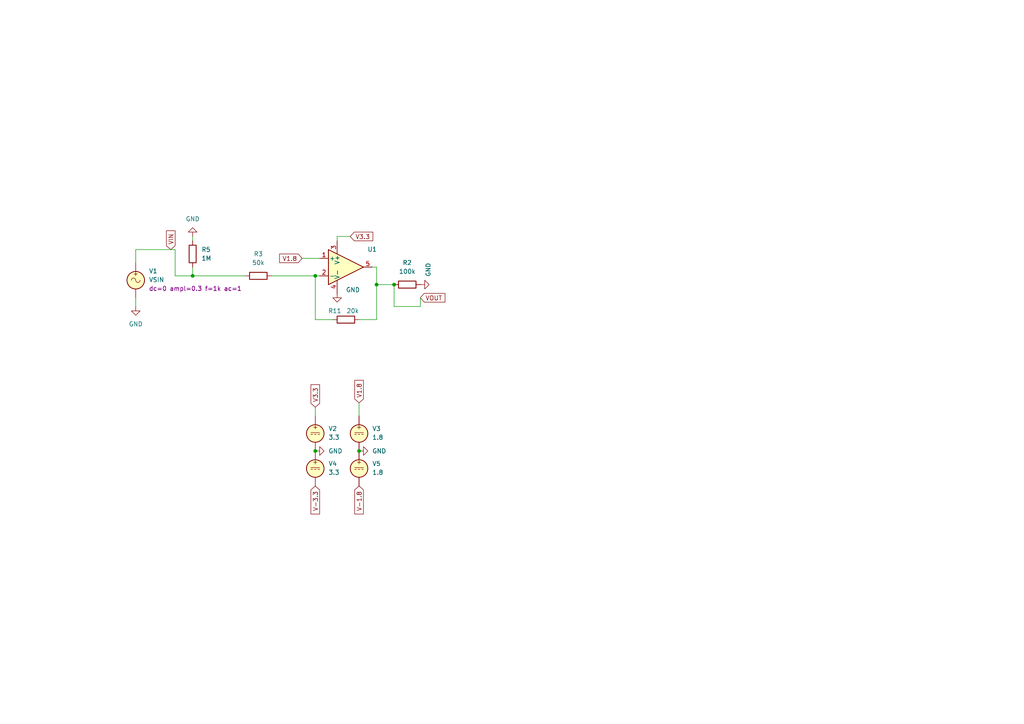
<source format=kicad_sch>
(kicad_sch (version 20250114) (generator "eeschema") (generator_version "9.0")
  (paper "A4")
  (lib_symbols
    (symbol "Device:R" (pin_numbers (hide yes)) (pin_names (offset 0))
      (property "Reference" "R" (at 2.032 0 90))
      (property "Value" "R" (at 0 0 90))
      (symbol "R_0_1"
        (rectangle (start -1.016 -2.54) (end 1.016 2.54) (stroke (width 0.254)))
      )
      (symbol "R_1_1"
        (pin passive line (at 0 3.81 270) (length 1.27) (name "~") (number "1"))
        (pin passive line (at 0 -3.81 90) (length 1.27) (name "~") (number "2"))
      )
    )
    (symbol "Simulation_SPICE:OPAMP" (pin_names (offset 0.254))
      (property "Reference" "U" (at 3.81 3.175 0))
      (property "Value" "${SIM.PARAMS}" (at 3.81 -3.175 0))
      (symbol "OPAMP_0_1"
        (polyline (pts (xy 5.08 0) (xy -5.08 5.08) (xy -5.08 -5.08) (xy 5.08 0)) (stroke (width 0.254)) (fill (type background)))
      )
      (symbol "OPAMP_1_1"
        (pin input line (at -7.62 2.54 0) (length 2.54) (name "+") (number "1"))
        (pin input line (at -7.62 -2.54 0) (length 2.54) (name "-") (number "2"))
        (pin power_in line (at -2.54 7.62 270) (length 3.81) (name "V+") (number "3"))
        (pin power_in line (at -2.54 -7.62 90) (length 3.81) (name "V-") (number "4"))
        (pin output line (at 7.62 0 180) (length 2.54) (name "~") (number "5"))
      )
    )
    (symbol "Simulation_SPICE:VDC" (pin_numbers (hide yes)) (pin_names (offset 0.0254))
      (property "Reference" "V" (at 2.54 2.54 0))
      (property "Value" "1" (at 2.54 0 0))
      (symbol "VDC_0_0"
        (polyline (pts (xy -1.27 0.254) (xy 1.27 0.254)))
        (polyline (pts (xy -0.762 -0.254) (xy -1.27 -0.254)))
        (polyline (pts (xy 0.254 -0.254) (xy -0.254 -0.254)))
        (polyline (pts (xy 1.27 -0.254) (xy 0.762 -0.254)))
        (text "+" (at 0 1.905 0) (effects (font (size 1.27 1.27))))
      )
      (symbol "VDC_0_1"
        (circle (center 0 0) (radius 2.54) (stroke (width 0.254)) (fill (type background)))
      )
      (symbol "VDC_1_1"
        (pin passive line (at 0 5.08 270) (length 2.54) (name "~") (number "1"))
        (pin passive line (at 0 -5.08 90) (length 2.54) (name "~") (number "2"))
      )
    )
    (symbol "Simulation_SPICE:VSIN" (pin_numbers (hide yes)) (pin_names (offset 0.0254))
      (property "Reference" "V" (at 2.54 2.54 0))
      (property "Value" "VSIN" (at 2.54 0 0))
      (property "Sim.Params" "dc=0 ampl=1 f=1k ac=1" (at 2.54 -2.54 0))
      (symbol "VSIN_0_0"
        (arc (start -1.27 0) (mid -0.635 0.6323) (end 0 0))
        (arc (start 1.27 0) (mid 0.635 -0.6323) (end 0 0))
        (text "+" (at 0 1.905 0) (effects (font (size 1.27 1.27))))
      )
      (symbol "VSIN_0_1"
        (circle (center 0 0) (radius 2.54) (stroke (width 0.254)) (fill (type background)))
      )
      (symbol "VSIN_1_1"
        (pin passive line (at 0 5.08 270) (length 2.54) (name "~") (number "1"))
        (pin passive line (at 0 -5.08 90) (length 2.54) (name "~") (number "2"))
      )
    )
    (symbol "power:GND" (power) (pin_numbers (hide yes)) (pin_names (offset 0) (hide yes))
      (property "Value" "GND" (at 0 -3.81 0))
      (symbol "GND_0_1"
        (polyline (pts (xy 0 0) (xy 0 -1.27) (xy 1.27 -1.27) (xy 0 -2.54) (xy -1.27 -1.27) (xy 0 -1.27)))
      )
      (symbol "GND_1_1"
        (pin power_in line (at 0 0 270) (length 0) (name "~") (number "1"))
      )
    )
  )
  (junction (at 55.88 80.01))
  (junction (at 91.44 130.81))
  (junction (at 109.22 82.55))
  (junction (at 114.3 82.55))
  (junction (at 91.44 80.01))
  (junction (at 104.14 130.81))
  (wire (pts (xy 50.8 80.01) (xy 55.88 80.01)))
  (wire (pts (xy 50.8 72.39) (xy 50.8 80.01)))
  (wire (pts (xy 91.44 92.71) (xy 96.52 92.71)))
  (wire (pts (xy 97.79 68.58) (xy 97.79 69.85)))
  (wire (pts (xy 91.44 80.01) (xy 91.44 92.71)))
  (wire (pts (xy 91.44 80.01) (xy 92.71 80.01)))
  (wire (pts (xy 55.88 80.01) (xy 71.12 80.01)))
  (wire (pts (xy 104.14 92.71) (xy 109.22 92.71)))
  (wire (pts (xy 114.3 82.55) (xy 114.3 88.9)))
  (wire (pts (xy 121.92 86.36) (xy 121.92 88.9)))
  (wire (pts (xy 39.37 76.2) (xy 39.37 72.39)))
  (wire (pts (xy 109.22 77.47) (xy 109.22 82.55)))
  (wire (pts (xy 78.74 80.01) (xy 91.44 80.01)))
  (wire (pts (xy 55.88 77.47) (xy 55.88 80.01)))
  (wire (pts (xy 109.22 82.55) (xy 114.3 82.55)))
  (wire (pts (xy 87.63 74.93) (xy 92.71 74.93)))
  (wire (pts (xy 91.44 118.11) (xy 91.44 120.65)))
  (wire (pts (xy 121.92 88.9) (xy 114.3 88.9)))
  (wire (pts (xy 109.22 82.55) (xy 109.22 92.71)))
  (wire (pts (xy 39.37 72.39) (xy 50.8 72.39)))
  (wire (pts (xy 104.14 116.84) (xy 104.14 120.65)))
  (wire (pts (xy 101.6 68.58) (xy 97.79 68.58)))
  (wire (pts (xy 109.22 77.47) (xy 107.95 77.47)))
  (wire (pts (xy 39.37 86.36) (xy 39.37 88.9)))
  (wire (pts (xy 55.88 68.58) (xy 55.88 69.85)))
  (global_label "V-3.3" (shape input) (at 91.44 140.97 270) (property "Intersheetrefs" "${INTERSHEET_REFS}" (effects (hide yes))))
  (global_label "V3.3" (shape input) (at 101.6 68.58 0) (property "Intersheetrefs" "${INTERSHEET_REFS}" (effects (hide yes))))
  (global_label "V1.8" (shape input) (at 87.63 74.93 180) (property "Intersheetrefs" "${INTERSHEET_REFS}" (effects (hide yes))))
  (global_label "V1.8" (shape input) (at 104.14 116.84 90) (property "Intersheetrefs" "${INTERSHEET_REFS}" (effects (hide yes))))
  (global_label "V-1.8" (shape input) (at 104.14 140.97 270) (property "Intersheetrefs" "${INTERSHEET_REFS}" (effects (hide yes))))
  (global_label "V3.3" (shape input) (at 91.44 118.11 90) (property "Intersheetrefs" "${INTERSHEET_REFS}" (effects (hide yes))))
  (global_label "VOUT" (shape input) (at 121.92 86.36 0) (property "Intersheetrefs" "${INTERSHEET_REFS}" (effects (hide yes))))
  (global_label "VIN" (shape input) (at 49.53 72.39 90) (property "Intersheetrefs" "${INTERSHEET_REFS}" (effects (hide yes))))
  (symbol (lib_id "Device:R") (at 100.33 92.71 270) (unit 1)
    (property "Reference" "R11" (at 99.0599 90.17 90) (effects (justify right)))
    (property "Value" "20k" (at 104.14 90.17 90) (effects (justify right)))
    (property "Description" "Resistor" (effects (hide yes)))
  )
  (symbol (lib_id "Simulation_SPICE:VDC") (at 104.14 135.89 0) (unit 1)
    (property "Reference" "V5" (at 107.95 134.4901 0) (effects (justify left)))
    (property "Value" "1.8" (at 107.95 137.0301 0) (effects (justify left)))
    (property "Datasheet" "https://ngspice.sourceforge.io/docs/ngspice-html-manual/manual.xhtml#sec_Independent_Sources_for" (effects (hide yes)))
    (property "Description" "Voltage source, DC" (effects (hide yes)))
    (property "Sim.Pins" "1=+ 2=-" (effects (hide yes)))
    (property "Sim.Type" "DC" (effects (hide yes)))
    (property "Sim.Device" "V" (effects (hide yes)))
  )
  (symbol (lib_id "Simulation_SPICE:VDC") (at 104.14 125.73 0) (unit 1)
    (property "Reference" "V3" (at 107.95 124.3301 0) (effects (justify left)))
    (property "Value" "1.8" (at 107.95 126.8701 0) (effects (justify left)))
    (property "Datasheet" "https://ngspice.sourceforge.io/docs/ngspice-html-manual/manual.xhtml#sec_Independent_Sources_for" (effects (hide yes)))
    (property "Description" "Voltage source, DC" (effects (hide yes)))
    (property "Sim.Pins" "1=+ 2=-" (effects (hide yes)))
    (property "Sim.Type" "DC" (effects (hide yes)))
    (property "Sim.Device" "V" (effects (hide yes)))
  )
  (symbol (lib_id "power:GND") (at 97.79 85.09 0) (unit 1)
    (property "Reference" "#PWR07" (effects (hide yes)))
    (property "Value" "GND" (at 102.362 84.074 0))
    (property "Description" "Power symbol creates a global label with name \"GND\" , ground" (effects (hide yes)))
  )
  (symbol (lib_id "power:GND") (at 91.44 130.81 90) (unit 1)
    (property "Reference" "#PWR02" (effects (hide yes)))
    (property "Value" "GND" (at 95.25 130.8099 90) (effects (justify right)))
    (property "Description" "Power symbol creates a global label with name \"GND\" , ground" (effects (hide yes)))
  )
  (symbol (lib_id "power:GND") (at 121.92 82.55 90) (unit 1)
    (property "Reference" "#PWR05" (effects (hide yes)))
    (property "Value" "GND" (at 124.206 78.232 0))
    (property "Description" "Power symbol creates a global label with name \"GND\" , ground" (effects (hide yes)))
  )
  (symbol (lib_id "power:GND") (at 104.14 130.81 90) (unit 1)
    (property "Reference" "#PWR03" (effects (hide yes)))
    (property "Value" "GND" (at 107.95 130.8099 90) (effects (justify right)))
    (property "Description" "Power symbol creates a global label with name \"GND\" , ground" (effects (hide yes)))
  )
  (symbol (lib_id "Device:R") (at 118.11 82.55 90) (unit 1)
    (property "Reference" "R2" (at 118.11 76.2 90))
    (property "Value" "100k" (at 118.11 78.74 90))
    (property "Description" "Resistor" (effects (hide yes)))
  )
  (symbol (lib_id "Device:R") (at 74.93 80.01 270) (unit 1)
    (property "Reference" "R3" (at 74.93 73.66 90))
    (property "Value" "50k" (at 74.93 76.2 90))
    (property "Description" "Resistor" (effects (hide yes)))
  )
  (symbol (lib_id "Device:R") (at 55.88 73.66 180) (unit 1)
    (property "Reference" "R5" (at 58.42 72.3899 0) (effects (justify right)))
    (property "Value" "1M" (at 58.42 74.9299 0) (effects (justify right)))
    (property "Description" "Resistor" (effects (hide yes)))
  )
  (symbol (lib_id "Simulation_SPICE:VDC") (at 91.44 125.73 0) (unit 1)
    (property "Reference" "V2" (at 95.25 124.3301 0) (effects (justify left)))
    (property "Value" "3.3" (at 95.25 126.8701 0) (effects (justify left)))
    (property "Datasheet" "https://ngspice.sourceforge.io/docs/ngspice-html-manual/manual.xhtml#sec_Independent_Sources_for" (effects (hide yes)))
    (property "Description" "Voltage source, DC" (effects (hide yes)))
    (property "Sim.Pins" "1=+ 2=-" (effects (hide yes)))
    (property "Sim.Type" "DC" (effects (hide yes)))
    (property "Sim.Device" "V" (effects (hide yes)))
  )
  (symbol (lib_id "Simulation_SPICE:OPAMP") (at 100.33 77.47 0) (unit 1)
    (property "Reference" "U1" (at 107.95 72.3198 0))
    (property "Value" "${SIM.PARAMS}" (at 107.95 74.2249 0))
    (property "Datasheet" "https://ngspice.sourceforge.io/docs/ngspice-html-manual/manual.xhtml#sec__SUBCKT_Subcircuits" (effects (hide yes)))
    (property "Description" "Operational amplifier, single" (effects (hide yes)))
    (property "Sim.Pins" "1=in+ 2=in- 3=vcc 4=vee 5=out" (effects (hide yes)))
    (property "Sim.Device" "SUBCKT" (effects (hide yes)))
    (property "Sim.Library" "${KICAD9_SYMBOL_DIR}/Simulation_SPICE.sp" (effects (hide yes)))
    (property "Sim.Name" "kicad_builtin_opamp" (effects (hide yes)))
  )
  (symbol (lib_id "Simulation_SPICE:VDC") (at 91.44 135.89 0) (unit 1)
    (property "Reference" "V4" (at 95.25 134.4901 0) (effects (justify left)))
    (property "Value" "3.3" (at 95.25 137.0301 0) (effects (justify left)))
    (property "Datasheet" "https://ngspice.sourceforge.io/docs/ngspice-html-manual/manual.xhtml#sec_Independent_Sources_for" (effects (hide yes)))
    (property "Description" "Voltage source, DC" (effects (hide yes)))
    (property "Sim.Pins" "1=+ 2=-" (effects (hide yes)))
    (property "Sim.Type" "DC" (effects (hide yes)))
    (property "Sim.Device" "V" (effects (hide yes)))
  )
  (symbol (lib_id "power:GND") (at 39.37 88.9 0) (unit 1)
    (property "Reference" "#PWR01" (effects (hide yes)))
    (property "Value" "GND" (at 39.37 93.98 0))
    (property "Description" "Power symbol creates a global label with name \"GND\" , ground" (effects (hide yes)))
  )
  (symbol (lib_id "power:GND") (at 55.88 68.58 180) (unit 1)
    (property "Reference" "#PWR06" (effects (hide yes)))
    (property "Value" "GND" (at 55.88 63.5 0))
    (property "Description" "Power symbol creates a global label with name \"GND\" , ground" (effects (hide yes)))
  )
  (symbol (lib_id "Simulation_SPICE:VSIN") (at 39.37 81.28 0) (unit 1)
    (property "Reference" "V1" (at 43.18 78.6101 0) (effects (justify left)))
    (property "Value" "VSIN" (at 43.18 81.1501 0) (effects (justify left)))
    (property "Datasheet" "https://ngspice.sourceforge.io/docs/ngspice-html-manual/manual.xhtml#sec_Independent_Sources_for" (effects (hide yes)))
    (property "Description" "Voltage source, sinusoidal" (effects (hide yes)))
    (property "Sim.Pins" "1=+ 2=-" (effects (hide yes)))
    (property "Sim.Params" "dc=0 ampl=0.3 f=1k ac=1" (at 43.18 83.6901 0) (effects (justify left)))
    (property "Sim.Type" "SIN" (effects (hide yes)))
    (property "Sim.Device" "V" (effects (hide yes)))
  )
)
</source>
